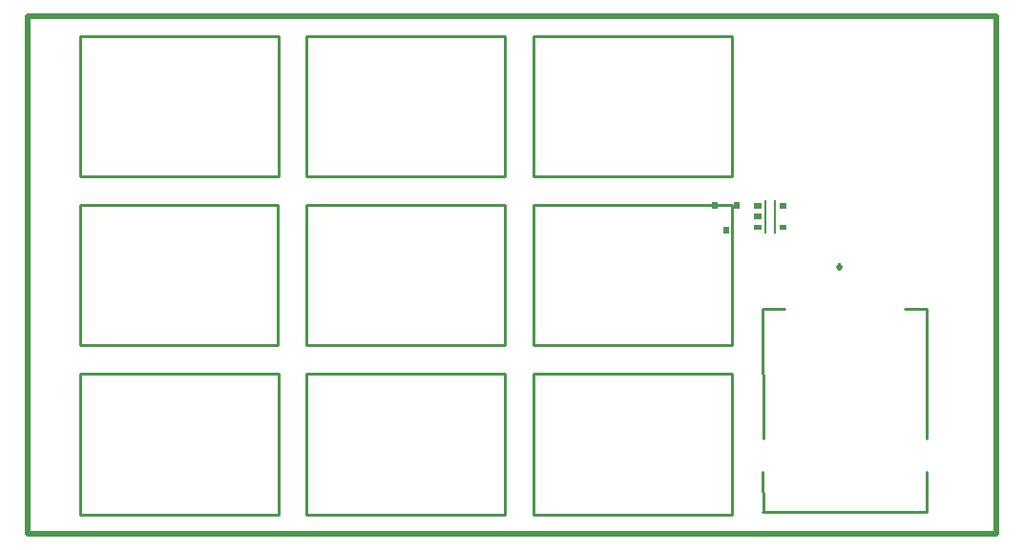
<source format=gm1>
G04*
G04 #@! TF.GenerationSoftware,Altium Limited,Altium Designer,19.1.9 (167)*
G04*
G04 Layer_Color=16711935*
%FSLAX25Y25*%
%MOIN*%
G70*
G01*
G75*
%ADD10C,0.00600*%
%ADD24C,0.02000*%
%ADD25C,0.01000*%
G36*
X256350Y113770D02*
X253960D01*
Y115724D01*
X256350D01*
Y113770D01*
D02*
G37*
G36*
X265012Y113760D02*
X262655D01*
Y115724D01*
X265012D01*
Y113760D01*
D02*
G37*
G36*
X241240Y113655D02*
X239276D01*
Y116012D01*
X241240D01*
Y113655D01*
D02*
G37*
G36*
X248732Y113655D02*
X246756D01*
Y116012D01*
X248732D01*
Y113655D01*
D02*
G37*
G36*
X256350Y110012D02*
X253966D01*
Y111984D01*
X256350D01*
Y110012D01*
D02*
G37*
G36*
X265012Y106268D02*
X262655D01*
Y108244D01*
X265012D01*
Y106268D01*
D02*
G37*
G36*
X256350Y106254D02*
X253963D01*
Y108244D01*
X256350D01*
Y106254D01*
D02*
G37*
G36*
X244988Y104966D02*
X243016D01*
Y107350D01*
X244988D01*
Y104966D01*
D02*
G37*
D10*
X261075Y105398D02*
Y116598D01*
X257925Y105398D02*
Y116598D01*
D24*
X0Y0D02*
Y181102D01*
X338583D01*
Y0D02*
Y181102D01*
X0Y0D02*
X338583D01*
D25*
X284172Y93551D02*
X283465Y94258D01*
X282757Y93551D01*
X283465Y92844D01*
X284172Y93551D01*
X256953Y78681D02*
X264433D01*
X306559D02*
X314039D01*
Y33406D02*
Y78681D01*
X256953Y7815D02*
X314039D01*
Y21595D01*
X256953D02*
X257039Y7815D01*
X256953Y78681D02*
X257039Y33406D01*
X246031Y125000D02*
Y174213D01*
X176740Y125000D02*
Y174213D01*
Y125000D02*
X246031D01*
X176740Y174213D02*
X246031D01*
X176740Y115157D02*
X246031D01*
X176740Y65945D02*
X246031D01*
X176740D02*
Y115157D01*
X246031Y65945D02*
Y115157D01*
X176740Y56102D02*
X246031D01*
X176740Y6890D02*
X246031D01*
X176740D02*
Y56102D01*
X246031Y6890D02*
Y56102D01*
X97606Y174213D02*
X166898D01*
X97606Y125000D02*
X166898D01*
X97606D02*
Y174213D01*
X166898Y125000D02*
Y174213D01*
X97606Y115157D02*
X166898D01*
X97606Y65945D02*
X166898D01*
X97606D02*
Y115157D01*
X166898Y65945D02*
Y115157D01*
X97606Y56102D02*
X166898D01*
X97606Y6890D02*
X166898D01*
X97606D02*
Y56102D01*
X166898Y6890D02*
Y56102D01*
X18472Y174213D02*
X87764D01*
X18472Y125000D02*
X87764D01*
X18472D02*
Y174213D01*
X87764Y125000D02*
Y174213D01*
X18354Y115157D02*
X87646D01*
X18354Y65945D02*
X87646D01*
X18354D02*
Y115157D01*
X87646Y65945D02*
Y115157D01*
X18472Y56102D02*
X87764D01*
X18472Y6890D02*
X87764D01*
X18472D02*
Y56102D01*
X87764Y6890D02*
Y56102D01*
M02*

</source>
